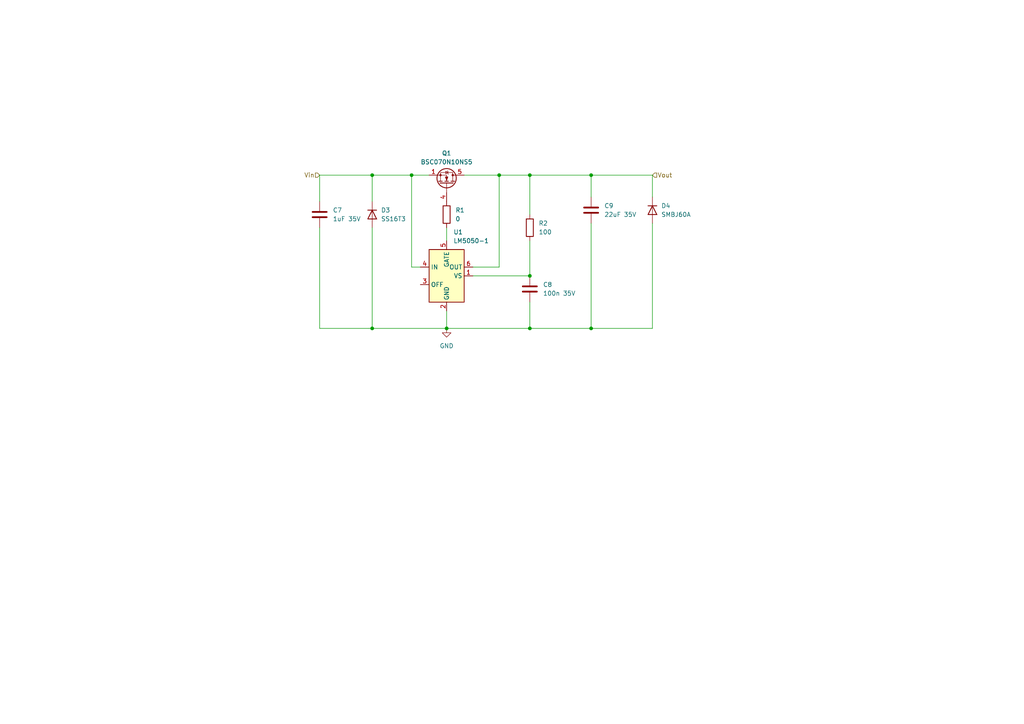
<source format=kicad_sch>
(kicad_sch (version 20230121) (generator eeschema)
  (paper "A4")
  (lib_symbols
    (symbol "Device:C" (pin_numbers hide) (pin_names (offset 0.254))
      (property "Reference" "C" (at 0.635 2.54 0))
      (property "Value" "C" (at 0.635 -2.54 0))
      (symbol "C_0_1"
        (polyline (pts (xy -2.032 -0.762) (xy 2.032 -0.762)) (stroke (width 0.508)))
        (polyline (pts (xy -2.032 0.762) (xy 2.032 0.762)) (stroke (width 0.508)))
      )
      (symbol "C_1_1"
        (pin passive line (at 0 3.81 270) (length 2.794) (name "~") (number "1"))
        (pin passive line (at 0 -3.81 90) (length 2.794) (name "~") (number "2"))
      )
    )
    (symbol "Device:D" (pin_numbers hide) (pin_names (offset 1.016) hide)
      (property "Reference" "D" (at 0 2.54 0))
      (property "Value" "D" (at 0 -2.54 0))
      (symbol "D_0_1"
        (polyline (pts (xy -1.27 1.27) (xy -1.27 -1.27)) (stroke (width 0.254)))
        (polyline (pts (xy 1.27 0) (xy -1.27 0)))
        (polyline (pts (xy 1.27 1.27) (xy 1.27 -1.27) (xy -1.27 0) (xy 1.27 1.27)) (stroke (width 0.254)))
      )
      (symbol "D_1_1"
        (pin passive line (at -3.81 0 0) (length 2.54) (name "K") (number "1"))
        (pin passive line (at 3.81 0 180) (length 2.54) (name "A") (number "2"))
      )
    )
    (symbol "Device:R" (pin_numbers hide) (pin_names (offset 0))
      (property "Reference" "R" (at 2.032 0 90))
      (property "Value" "R" (at 0 0 90))
      (symbol "R_0_1"
        (rectangle (start -1.016 -2.54) (end 1.016 2.54) (stroke (width 0.254)))
      )
      (symbol "R_1_1"
        (pin passive line (at 0 3.81 270) (length 1.27) (name "~") (number "1"))
        (pin passive line (at 0 -3.81 90) (length 1.27) (name "~") (number "2"))
      )
    )
    (symbol "Power_Management:LM5050-1"
      (property "Reference" "U" (at -5.08 8.89 0))
      (property "Value" "LM5050-1" (at 1.27 8.89 0))
      (symbol "LM5050-1_0_1"
        (rectangle (start -5.08 7.62) (end 5.08 -7.62) (stroke (width 0.254)) (fill (type background)))
      )
      (symbol "LM5050-1_1_1"
        (pin passive line (at 7.62 0 180) (length 2.54) (name "VS") (number "1"))
        (pin power_in line (at 0 -10.16 90) (length 2.54) (name "GND") (number "2"))
        (pin input line (at -7.62 -2.54 0) (length 2.54) (name "OFF") (number "3"))
        (pin input line (at -7.62 2.54 0) (length 2.54) (name "IN") (number "4"))
        (pin output line (at 0 10.16 270) (length 2.54) (name "GATE") (number "5"))
        (pin input line (at 7.62 2.54 180) (length 2.54) (name "OUT") (number "6"))
      )
    )
    (symbol "Transistor_FET:BSC070N10NS5" (pin_names hide)
      (property "Reference" "Q" (at 5.08 1.905 0))
      (property "Value" "BSC070N10NS5" (at 5.08 0 0))
      (symbol "BSC070N10NS5_0_1"
        (polyline (pts (xy 0.254 0) (xy -2.54 0)))
        (polyline (pts (xy 0.254 1.905) (xy 0.254 -1.905)) (stroke (width 0.254)))
        (polyline (pts (xy 0.762 -1.27) (xy 0.762 -2.286)) (stroke (width 0.254)))
        (polyline (pts (xy 0.762 0.508) (xy 0.762 -0.508)) (stroke (width 0.254)))
        (polyline (pts (xy 0.762 2.286) (xy 0.762 1.27)) (stroke (width 0.254)))
        (polyline (pts (xy 2.54 2.54) (xy 2.54 1.778)))
        (polyline (pts (xy 2.54 -2.54) (xy 2.54 0) (xy 0.762 0)))
        (polyline (pts (xy 0.762 -1.778) (xy 3.302 -1.778) (xy 3.302 1.778) (xy 0.762 1.778)))
        (polyline (pts (xy 1.016 0) (xy 2.032 0.381) (xy 2.032 -0.381) (xy 1.016 0)) (fill (type outline)))
        (polyline (pts (xy 2.794 0.508) (xy 2.921 0.381) (xy 3.683 0.381) (xy 3.81 0.254)))
        (polyline (pts (xy 3.302 0.381) (xy 2.921 -0.254) (xy 3.683 -0.254) (xy 3.302 0.381)))
        (circle (center 1.651 0) (radius 2.794) (stroke (width 0.254)))
        (circle (center 2.54 -1.778) (radius 0.254) (fill (type outline)))
        (circle (center 2.54 1.778) (radius 0.254) (fill (type outline)))
      )
      (symbol "BSC070N10NS5_1_1"
        (pin passive line (at 2.54 -5.08 90) (length 2.54) (name "S") (number "1"))
        (pin passive line (at 2.54 -5.08 90) (length 2.54) hide (name "S") (number "2"))
        (pin passive line (at 2.54 -5.08 90) (length 2.54) hide (name "S") (number "3"))
        (pin passive line (at -5.08 0 0) (length 2.54) (name "G") (number "4"))
        (pin passive line (at 2.54 5.08 270) (length 2.54) (name "D") (number "5"))
      )
    )
    (symbol "power:GND" (power) (pin_names (offset 0))
      (property "Value" "GND" (at 0 -3.81 0))
      (symbol "GND_0_1"
        (polyline (pts (xy 0 0) (xy 0 -1.27) (xy 1.27 -1.27) (xy 0 -2.54) (xy -1.27 -1.27) (xy 0 -1.27)))
      )
      (symbol "GND_1_1"
        (pin power_in line (at 0 0 270) (length 0) hide (name "GND") (number "1"))
      )
    )
  )
  (junction (at 171.45 50.8))
  (junction (at 153.67 95.25))
  (junction (at 171.45 95.25))
  (junction (at 144.78 50.8))
  (junction (at 107.95 95.25))
  (junction (at 129.54 95.25))
  (junction (at 153.67 80.01))
  (junction (at 153.67 50.8))
  (junction (at 107.95 50.8))
  (junction (at 119.38 50.8))
  (wire (pts (xy 171.45 95.25) (xy 189.23 95.25)))
  (wire (pts (xy 153.67 62.23) (xy 153.67 50.8)))
  (wire (pts (xy 121.92 77.47) (xy 119.38 77.47)))
  (wire (pts (xy 137.16 80.01) (xy 153.67 80.01)))
  (wire (pts (xy 92.71 95.25) (xy 107.95 95.25)))
  (wire (pts (xy 129.54 95.25) (xy 153.67 95.25)))
  (wire (pts (xy 189.23 50.8) (xy 189.23 57.15)))
  (wire (pts (xy 119.38 50.8) (xy 124.46 50.8)))
  (wire (pts (xy 129.54 90.17) (xy 129.54 95.25)))
  (wire (pts (xy 129.54 95.25) (xy 107.95 95.25)))
  (wire (pts (xy 107.95 50.8) (xy 119.38 50.8)))
  (wire (pts (xy 129.54 66.04) (xy 129.54 69.85)))
  (wire (pts (xy 137.16 77.47) (xy 144.78 77.47)))
  (wire (pts (xy 92.71 58.42) (xy 92.71 50.8)))
  (wire (pts (xy 171.45 95.25) (xy 171.45 64.77)))
  (wire (pts (xy 189.23 95.25) (xy 189.23 64.77)))
  (wire (pts (xy 153.67 95.25) (xy 171.45 95.25)))
  (wire (pts (xy 171.45 50.8) (xy 189.23 50.8)))
  (wire (pts (xy 107.95 95.25) (xy 107.95 66.04)))
  (wire (pts (xy 92.71 66.04) (xy 92.71 95.25)))
  (wire (pts (xy 144.78 50.8) (xy 134.62 50.8)))
  (wire (pts (xy 153.67 95.25) (xy 153.67 87.63)))
  (wire (pts (xy 144.78 77.47) (xy 144.78 50.8)))
  (wire (pts (xy 153.67 50.8) (xy 171.45 50.8)))
  (wire (pts (xy 153.67 50.8) (xy 144.78 50.8)))
  (wire (pts (xy 153.67 69.85) (xy 153.67 80.01)))
  (wire (pts (xy 119.38 77.47) (xy 119.38 50.8)))
  (wire (pts (xy 92.71 50.8) (xy 107.95 50.8)))
  (wire (pts (xy 107.95 58.42) (xy 107.95 50.8)))
  (wire (pts (xy 171.45 50.8) (xy 171.45 57.15)))
  (hierarchical_label "Vout" (shape input) (at 189.23 50.8 0))
  (hierarchical_label "Vin" (shape input) (at 92.71 50.8 180))
  (symbol (lib_id "power:GND") (at 129.54 95.25 0) (unit 1)
    (property "Reference" "#PWR016" (effects hide))
    (property "Value" "GND" (at 129.54 100.33 0))
  )
  (symbol (lib_id "Transistor_FET:BSC070N10NS5") (at 129.54 53.34 270) (mirror x) (unit 1)
    (property "Reference" "Q1" (at 129.54 44.45 90))
    (property "Value" "BSC070N10NS5" (at 129.54 46.99 90))
    (property "Footprint" "Package_TO_SOT_SMD:TDSON-8-1" (effects hide))
    (property "Datasheet" "http://www.infineon.com/dgdl/Infineon-BSC070N10NS5-DS-v02_01-EN.pdf?fileId=5546d4624a0bf290014a0fc62d9d6b3c" (effects hide))
  )
  (symbol (lib_id "Device:D") (at 107.95 62.23 270) (unit 1)
    (property "Reference" "D3" (at 110.49 60.96 90) (effects (justify left)))
    (property "Value" "SS16T3" (at 110.49 63.5 90) (effects (justify left)))
    (property "Sim.Device" "D" (effects hide))
    (property "Sim.Pins" "1=K 2=A" (effects hide))
  )
  (symbol (lib_id "Device:R") (at 153.67 66.04 0) (unit 1)
    (property "Reference" "R2" (at 156.21 64.77 0) (effects (justify left)))
    (property "Value" "100" (at 156.21 67.31 0) (effects (justify left)))
  )
  (symbol (lib_id "Device:C") (at 153.67 83.82 0) (unit 1)
    (property "Reference" "C8" (at 157.48 82.55 0) (effects (justify left)))
    (property "Value" "100n 35V" (at 157.48 85.09 0) (effects (justify left)))
  )
  (symbol (lib_id "Device:R") (at 129.54 62.23 0) (unit 1)
    (property "Reference" "R1" (at 132.08 60.96 0) (effects (justify left)))
    (property "Value" "0" (at 132.08 63.5 0) (effects (justify left)))
  )
  (symbol (lib_id "Device:C") (at 92.71 62.23 0) (unit 1)
    (property "Reference" "C7" (at 96.52 60.96 0) (effects (justify left)))
    (property "Value" "1uF 35V" (at 96.52 63.5 0) (effects (justify left)))
  )
  (symbol (lib_id "Device:C") (at 171.45 60.96 0) (unit 1)
    (property "Reference" "C9" (at 175.26 59.69 0) (effects (justify left)))
    (property "Value" "22uF 35V" (at 175.26 62.23 0) (effects (justify left)))
  )
  (symbol (lib_id "Power_Management:LM5050-1") (at 129.54 80.01 0) (unit 1)
    (property "Reference" "U1" (at 131.4959 67.31 0) (effects (justify left)))
    (property "Value" "LM5050-1" (at 131.4959 69.85 0) (effects (justify left)))
    (property "Footprint" "Package_TO_SOT_SMD:TSOT-23-6" (effects hide))
    (property "Datasheet" "http://www.ti.com/lit/ds/symlink/lm5050-1-q1.pdf" (effects hide))
  )
  (symbol (lib_id "Device:D") (at 189.23 60.96 270) (unit 1)
    (property "Reference" "D4" (at 191.77 59.69 90) (effects (justify left)))
    (property "Value" "SMBJ60A" (at 191.77 62.23 90) (effects (justify left)))
    (property "Sim.Device" "D" (effects hide))
    (property "Sim.Pins" "1=K 2=A" (effects hide))
  )
)
</source>
